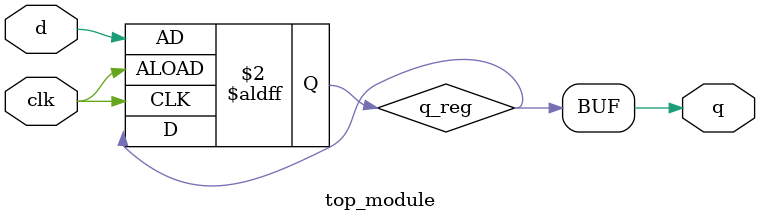
<source format=sv>
module top_module(
    input clk,
    input d,
    output reg q
);

reg q_reg;

always @(posedge clk or negedge clk) begin
    if (clk) begin
        q_reg <= d;
    end
    else begin
        q_reg <= q_reg;
    end
end

assign q = q_reg;

endmodule

</source>
